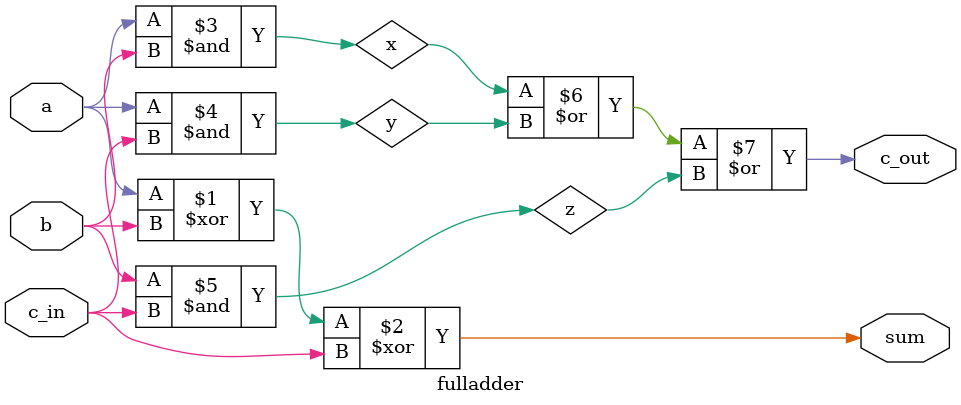
<source format=v>
module fulladder(a, b, c_in, sum, c_out);

input a, b, c_in;
output sum, c_out;

wire x, y, z;

assign sum = a ^ b ^ c_in;

and a1(x, a, b);
and a2(y, a, c_in);
and a3(z, b, c_in);

or o2(c_out, x, y, z);

endmodule
</source>
